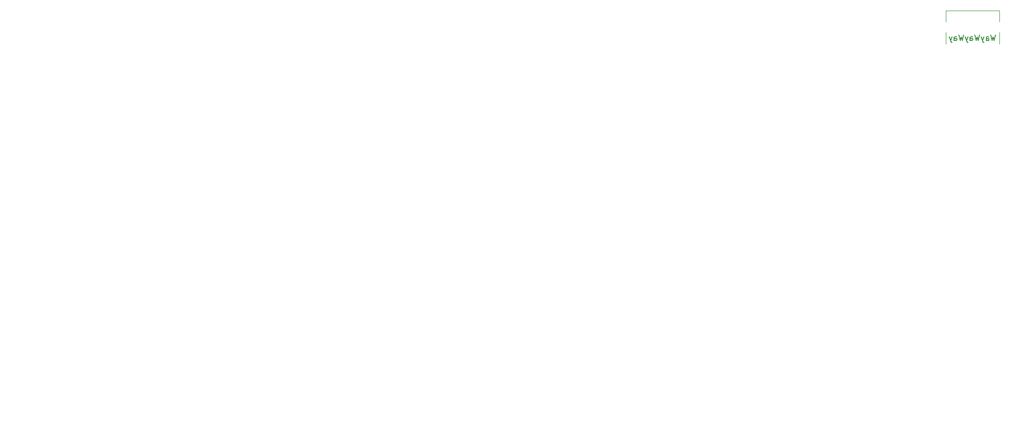
<source format=gbr>
%TF.GenerationSoftware,KiCad,Pcbnew,(7.0.0)*%
%TF.CreationDate,2023-10-06T18:22:26+02:00*%
%TF.ProjectId,mekanical,6d656b61-6e69-4636-916c-2e6b69636164,rev?*%
%TF.SameCoordinates,Original*%
%TF.FileFunction,Legend,Top*%
%TF.FilePolarity,Positive*%
%FSLAX46Y46*%
G04 Gerber Fmt 4.6, Leading zero omitted, Abs format (unit mm)*
G04 Created by KiCad (PCBNEW (7.0.0)) date 2023-10-06 18:22:26*
%MOMM*%
%LPD*%
G01*
G04 APERTURE LIST*
%ADD10C,0.000000*%
%ADD11C,0.150000*%
%ADD12C,0.120000*%
G04 APERTURE END LIST*
D10*
G36*
X71602423Y-95144413D02*
G01*
X71602423Y-95144414D01*
X71602422Y-95144414D01*
X71602422Y-95144415D01*
X71602421Y-95144415D01*
X71602420Y-95144415D01*
X71602420Y-95144416D01*
X71602419Y-95144416D01*
X71602418Y-95144416D01*
X71602417Y-95144416D01*
X71602416Y-95144416D01*
X71602423Y-95144411D01*
X71602423Y-95144413D01*
G37*
G36*
X67894706Y-96379135D02*
G01*
X67889751Y-96379135D01*
X67901756Y-96372070D01*
X67894706Y-96379135D01*
G37*
D11*
X238295059Y-26882592D02*
X238056964Y-27882592D01*
X238056964Y-27882592D02*
X237866488Y-27168307D01*
X237866488Y-27168307D02*
X237676012Y-27882592D01*
X237676012Y-27882592D02*
X237437917Y-26882592D01*
X236628393Y-27882592D02*
X236628393Y-27358783D01*
X236628393Y-27358783D02*
X236676012Y-27263545D01*
X236676012Y-27263545D02*
X236771250Y-27215926D01*
X236771250Y-27215926D02*
X236961726Y-27215926D01*
X236961726Y-27215926D02*
X237056964Y-27263545D01*
X236628393Y-27834973D02*
X236723631Y-27882592D01*
X236723631Y-27882592D02*
X236961726Y-27882592D01*
X236961726Y-27882592D02*
X237056964Y-27834973D01*
X237056964Y-27834973D02*
X237104583Y-27739735D01*
X237104583Y-27739735D02*
X237104583Y-27644497D01*
X237104583Y-27644497D02*
X237056964Y-27549259D01*
X237056964Y-27549259D02*
X236961726Y-27501640D01*
X236961726Y-27501640D02*
X236723631Y-27501640D01*
X236723631Y-27501640D02*
X236628393Y-27454021D01*
X236247440Y-27215926D02*
X236009345Y-27882592D01*
X235771250Y-27215926D02*
X236009345Y-27882592D01*
X236009345Y-27882592D02*
X236104583Y-28120688D01*
X236104583Y-28120688D02*
X236152202Y-28168307D01*
X236152202Y-28168307D02*
X236247440Y-28215926D01*
X235485535Y-26882592D02*
X235247440Y-27882592D01*
X235247440Y-27882592D02*
X235056964Y-27168307D01*
X235056964Y-27168307D02*
X234866488Y-27882592D01*
X234866488Y-27882592D02*
X234628393Y-26882592D01*
X233818869Y-27882592D02*
X233818869Y-27358783D01*
X233818869Y-27358783D02*
X233866488Y-27263545D01*
X233866488Y-27263545D02*
X233961726Y-27215926D01*
X233961726Y-27215926D02*
X234152202Y-27215926D01*
X234152202Y-27215926D02*
X234247440Y-27263545D01*
X233818869Y-27834973D02*
X233914107Y-27882592D01*
X233914107Y-27882592D02*
X234152202Y-27882592D01*
X234152202Y-27882592D02*
X234247440Y-27834973D01*
X234247440Y-27834973D02*
X234295059Y-27739735D01*
X234295059Y-27739735D02*
X234295059Y-27644497D01*
X234295059Y-27644497D02*
X234247440Y-27549259D01*
X234247440Y-27549259D02*
X234152202Y-27501640D01*
X234152202Y-27501640D02*
X233914107Y-27501640D01*
X233914107Y-27501640D02*
X233818869Y-27454021D01*
X233437916Y-27215926D02*
X233199821Y-27882592D01*
X232961726Y-27215926D02*
X233199821Y-27882592D01*
X233199821Y-27882592D02*
X233295059Y-28120688D01*
X233295059Y-28120688D02*
X233342678Y-28168307D01*
X233342678Y-28168307D02*
X233437916Y-28215926D01*
X232676011Y-26882592D02*
X232437916Y-27882592D01*
X232437916Y-27882592D02*
X232247440Y-27168307D01*
X232247440Y-27168307D02*
X232056964Y-27882592D01*
X232056964Y-27882592D02*
X231818869Y-26882592D01*
X231009345Y-27882592D02*
X231009345Y-27358783D01*
X231009345Y-27358783D02*
X231056964Y-27263545D01*
X231056964Y-27263545D02*
X231152202Y-27215926D01*
X231152202Y-27215926D02*
X231342678Y-27215926D01*
X231342678Y-27215926D02*
X231437916Y-27263545D01*
X231009345Y-27834973D02*
X231104583Y-27882592D01*
X231104583Y-27882592D02*
X231342678Y-27882592D01*
X231342678Y-27882592D02*
X231437916Y-27834973D01*
X231437916Y-27834973D02*
X231485535Y-27739735D01*
X231485535Y-27739735D02*
X231485535Y-27644497D01*
X231485535Y-27644497D02*
X231437916Y-27549259D01*
X231437916Y-27549259D02*
X231342678Y-27501640D01*
X231342678Y-27501640D02*
X231104583Y-27501640D01*
X231104583Y-27501640D02*
X231009345Y-27454021D01*
X230628392Y-27215926D02*
X230390297Y-27882592D01*
X230152202Y-27215926D02*
X230390297Y-27882592D01*
X230390297Y-27882592D02*
X230485535Y-28120688D01*
X230485535Y-28120688D02*
X230533154Y-28168307D01*
X230533154Y-28168307D02*
X230628392Y-28215926D01*
D12*
%TO.C,J2*%
X238969115Y-28425156D02*
X238969115Y-26425156D01*
X238969115Y-24525156D02*
X238969115Y-22625156D01*
X238969115Y-22625156D02*
X229569115Y-22625156D01*
X229569115Y-28425156D02*
X229569115Y-26425156D01*
X229569115Y-24525156D02*
X229569115Y-22625156D01*
%TD*%
M02*

</source>
